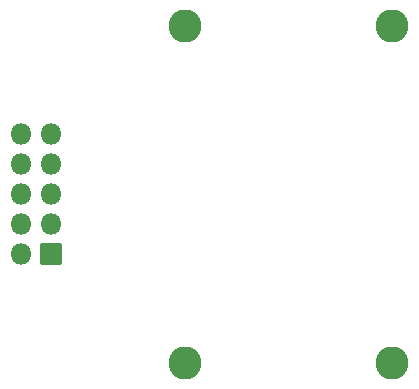
<source format=gbr>
%TF.GenerationSoftware,KiCad,Pcbnew,8.0.4*%
%TF.CreationDate,2024-07-26T08:44:17-07:00*%
%TF.ProjectId,GOLD,474f4c44-2e6b-4696-9361-645f70636258,0*%
%TF.SameCoordinates,Original*%
%TF.FileFunction,Soldermask,Bot*%
%TF.FilePolarity,Negative*%
%FSLAX46Y46*%
G04 Gerber Fmt 4.6, Leading zero omitted, Abs format (unit mm)*
G04 Created by KiCad (PCBNEW 8.0.4) date 2024-07-26 08:44:17*
%MOMM*%
%LPD*%
G01*
G04 APERTURE LIST*
G04 Aperture macros list*
%AMRoundRect*
0 Rectangle with rounded corners*
0 $1 Rounding radius*
0 $2 $3 $4 $5 $6 $7 $8 $9 X,Y pos of 4 corners*
0 Add a 4 corners polygon primitive as box body*
4,1,4,$2,$3,$4,$5,$6,$7,$8,$9,$2,$3,0*
0 Add four circle primitives for the rounded corners*
1,1,$1+$1,$2,$3*
1,1,$1+$1,$4,$5*
1,1,$1+$1,$6,$7*
1,1,$1+$1,$8,$9*
0 Add four rect primitives between the rounded corners*
20,1,$1+$1,$2,$3,$4,$5,0*
20,1,$1+$1,$4,$5,$6,$7,0*
20,1,$1+$1,$6,$7,$8,$9,0*
20,1,$1+$1,$8,$9,$2,$3,0*%
G04 Aperture macros list end*
%ADD10C,2.802000*%
%ADD11RoundRect,0.051000X-0.850000X-0.850000X0.850000X-0.850000X0.850000X0.850000X-0.850000X0.850000X0*%
%ADD12O,1.802000X1.802000*%
G04 APERTURE END LIST*
D10*
%TO.C,H1*%
X17533519Y28575000D03*
%TD*%
%TO.C,H2*%
X17533519Y51641D03*
%TD*%
%TO.C,H3*%
X7519Y0D03*
%TD*%
%TO.C,H4*%
X7519Y28523359D03*
%TD*%
D11*
%TO.C,J1*%
X-11391681Y9211679D03*
D12*
X-13931681Y9211679D03*
X-11391681Y11751679D03*
X-13931681Y11751679D03*
X-11391681Y14291679D03*
X-13931681Y14291679D03*
X-11391681Y16831679D03*
X-13931681Y16831679D03*
X-11391681Y19371679D03*
X-13931681Y19371679D03*
%TD*%
M02*

</source>
